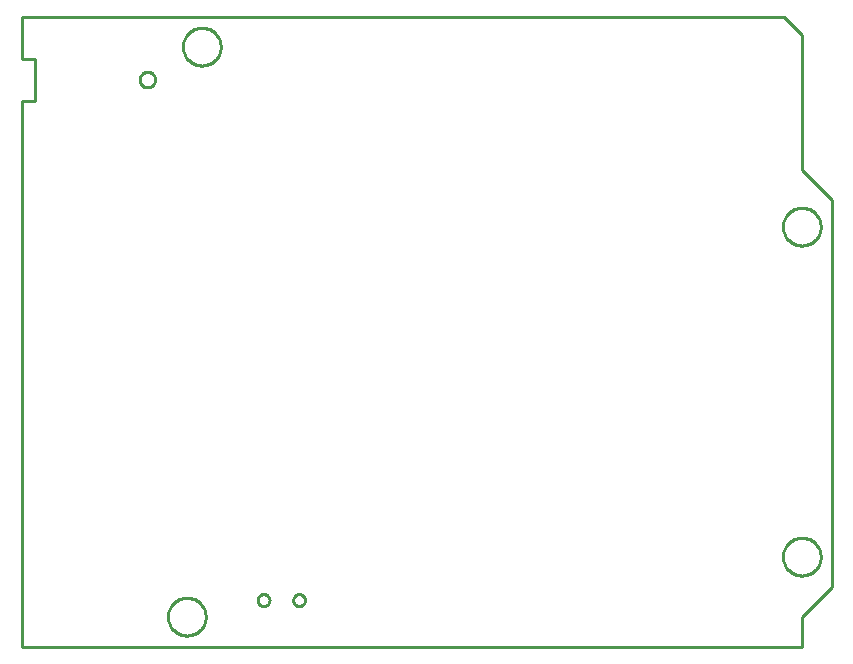
<source format=gbr>
G04 EAGLE Gerber RS-274X export*
G75*
%MOMM*%
%FSLAX34Y34*%
%LPD*%
%IN*%
%IPPOS*%
%AMOC8*
5,1,8,0,0,1.08239X$1,22.5*%
G01*
%ADD10C,0.254000*%


D10*
X0Y0D02*
X660400Y0D01*
X660400Y25400D01*
X685800Y50800D01*
X685800Y378460D01*
X660400Y403860D01*
X660400Y518160D01*
X645160Y533400D01*
X0Y533400D01*
X0Y497840D01*
X11430Y497840D01*
X11430Y462280D01*
X0Y462280D01*
X0Y0D01*
X168400Y507476D02*
X168332Y506431D01*
X168195Y505392D01*
X167990Y504365D01*
X167719Y503353D01*
X167383Y502361D01*
X166982Y501393D01*
X166518Y500454D01*
X165995Y499546D01*
X165413Y498675D01*
X164775Y497844D01*
X164084Y497057D01*
X163343Y496316D01*
X162556Y495625D01*
X161725Y494988D01*
X160854Y494406D01*
X159946Y493882D01*
X159007Y493418D01*
X158039Y493017D01*
X157047Y492681D01*
X156035Y492410D01*
X155008Y492205D01*
X153969Y492069D01*
X152924Y492000D01*
X151876Y492000D01*
X150831Y492069D01*
X149792Y492205D01*
X148765Y492410D01*
X147753Y492681D01*
X146761Y493017D01*
X145793Y493418D01*
X144854Y493882D01*
X143946Y494406D01*
X143075Y494988D01*
X142244Y495625D01*
X141457Y496316D01*
X140716Y497057D01*
X140025Y497844D01*
X139388Y498675D01*
X138806Y499546D01*
X138282Y500454D01*
X137818Y501393D01*
X137417Y502361D01*
X137081Y503353D01*
X136810Y504365D01*
X136605Y505392D01*
X136469Y506431D01*
X136400Y507476D01*
X136400Y508524D01*
X136469Y509569D01*
X136605Y510608D01*
X136810Y511635D01*
X137081Y512647D01*
X137417Y513639D01*
X137818Y514607D01*
X138282Y515546D01*
X138806Y516454D01*
X139388Y517325D01*
X140025Y518156D01*
X140716Y518943D01*
X141457Y519684D01*
X142244Y520375D01*
X143075Y521013D01*
X143946Y521595D01*
X144854Y522118D01*
X145793Y522582D01*
X146761Y522983D01*
X147753Y523319D01*
X148765Y523590D01*
X149792Y523795D01*
X150831Y523932D01*
X151876Y524000D01*
X152924Y524000D01*
X153969Y523932D01*
X155008Y523795D01*
X156035Y523590D01*
X157047Y523319D01*
X158039Y522983D01*
X159007Y522582D01*
X159946Y522118D01*
X160854Y521595D01*
X161725Y521013D01*
X162556Y520375D01*
X163343Y519684D01*
X164084Y518943D01*
X164775Y518156D01*
X165413Y517325D01*
X165995Y516454D01*
X166518Y515546D01*
X166982Y514607D01*
X167383Y513639D01*
X167719Y512647D01*
X167990Y511635D01*
X168195Y510608D01*
X168332Y509569D01*
X168400Y508524D01*
X168400Y507476D01*
X676400Y355076D02*
X676332Y354031D01*
X676195Y352992D01*
X675990Y351965D01*
X675719Y350953D01*
X675383Y349961D01*
X674982Y348993D01*
X674518Y348054D01*
X673995Y347146D01*
X673413Y346275D01*
X672775Y345444D01*
X672084Y344657D01*
X671343Y343916D01*
X670556Y343225D01*
X669725Y342588D01*
X668854Y342006D01*
X667946Y341482D01*
X667007Y341018D01*
X666039Y340617D01*
X665047Y340281D01*
X664035Y340010D01*
X663008Y339805D01*
X661969Y339669D01*
X660924Y339600D01*
X659876Y339600D01*
X658831Y339669D01*
X657792Y339805D01*
X656765Y340010D01*
X655753Y340281D01*
X654761Y340617D01*
X653793Y341018D01*
X652854Y341482D01*
X651946Y342006D01*
X651075Y342588D01*
X650244Y343225D01*
X649457Y343916D01*
X648716Y344657D01*
X648025Y345444D01*
X647388Y346275D01*
X646806Y347146D01*
X646282Y348054D01*
X645818Y348993D01*
X645417Y349961D01*
X645081Y350953D01*
X644810Y351965D01*
X644605Y352992D01*
X644469Y354031D01*
X644400Y355076D01*
X644400Y356124D01*
X644469Y357169D01*
X644605Y358208D01*
X644810Y359235D01*
X645081Y360247D01*
X645417Y361239D01*
X645818Y362207D01*
X646282Y363146D01*
X646806Y364054D01*
X647388Y364925D01*
X648025Y365756D01*
X648716Y366543D01*
X649457Y367284D01*
X650244Y367975D01*
X651075Y368613D01*
X651946Y369195D01*
X652854Y369718D01*
X653793Y370182D01*
X654761Y370583D01*
X655753Y370919D01*
X656765Y371190D01*
X657792Y371395D01*
X658831Y371532D01*
X659876Y371600D01*
X660924Y371600D01*
X661969Y371532D01*
X663008Y371395D01*
X664035Y371190D01*
X665047Y370919D01*
X666039Y370583D01*
X667007Y370182D01*
X667946Y369718D01*
X668854Y369195D01*
X669725Y368613D01*
X670556Y367975D01*
X671343Y367284D01*
X672084Y366543D01*
X672775Y365756D01*
X673413Y364925D01*
X673995Y364054D01*
X674518Y363146D01*
X674982Y362207D01*
X675383Y361239D01*
X675719Y360247D01*
X675990Y359235D01*
X676195Y358208D01*
X676332Y357169D01*
X676400Y356124D01*
X676400Y355076D01*
X676400Y75676D02*
X676332Y74631D01*
X676195Y73592D01*
X675990Y72565D01*
X675719Y71553D01*
X675383Y70561D01*
X674982Y69593D01*
X674518Y68654D01*
X673995Y67746D01*
X673413Y66875D01*
X672775Y66044D01*
X672084Y65257D01*
X671343Y64516D01*
X670556Y63825D01*
X669725Y63188D01*
X668854Y62606D01*
X667946Y62082D01*
X667007Y61618D01*
X666039Y61217D01*
X665047Y60881D01*
X664035Y60610D01*
X663008Y60405D01*
X661969Y60269D01*
X660924Y60200D01*
X659876Y60200D01*
X658831Y60269D01*
X657792Y60405D01*
X656765Y60610D01*
X655753Y60881D01*
X654761Y61217D01*
X653793Y61618D01*
X652854Y62082D01*
X651946Y62606D01*
X651075Y63188D01*
X650244Y63825D01*
X649457Y64516D01*
X648716Y65257D01*
X648025Y66044D01*
X647388Y66875D01*
X646806Y67746D01*
X646282Y68654D01*
X645818Y69593D01*
X645417Y70561D01*
X645081Y71553D01*
X644810Y72565D01*
X644605Y73592D01*
X644469Y74631D01*
X644400Y75676D01*
X644400Y76724D01*
X644469Y77769D01*
X644605Y78808D01*
X644810Y79835D01*
X645081Y80847D01*
X645417Y81839D01*
X645818Y82807D01*
X646282Y83746D01*
X646806Y84654D01*
X647388Y85525D01*
X648025Y86356D01*
X648716Y87143D01*
X649457Y87884D01*
X650244Y88575D01*
X651075Y89213D01*
X651946Y89795D01*
X652854Y90318D01*
X653793Y90782D01*
X654761Y91183D01*
X655753Y91519D01*
X656765Y91790D01*
X657792Y91995D01*
X658831Y92132D01*
X659876Y92200D01*
X660924Y92200D01*
X661969Y92132D01*
X663008Y91995D01*
X664035Y91790D01*
X665047Y91519D01*
X666039Y91183D01*
X667007Y90782D01*
X667946Y90318D01*
X668854Y89795D01*
X669725Y89213D01*
X670556Y88575D01*
X671343Y87884D01*
X672084Y87143D01*
X672775Y86356D01*
X673413Y85525D01*
X673995Y84654D01*
X674518Y83746D01*
X674982Y82807D01*
X675383Y81839D01*
X675719Y80847D01*
X675990Y79835D01*
X676195Y78808D01*
X676332Y77769D01*
X676400Y76724D01*
X676400Y75676D01*
X155700Y24876D02*
X155632Y23831D01*
X155495Y22792D01*
X155290Y21765D01*
X155019Y20753D01*
X154683Y19761D01*
X154282Y18793D01*
X153818Y17854D01*
X153295Y16946D01*
X152713Y16075D01*
X152075Y15244D01*
X151384Y14457D01*
X150643Y13716D01*
X149856Y13025D01*
X149025Y12388D01*
X148154Y11806D01*
X147246Y11282D01*
X146307Y10818D01*
X145339Y10417D01*
X144347Y10081D01*
X143335Y9810D01*
X142308Y9605D01*
X141269Y9469D01*
X140224Y9400D01*
X139176Y9400D01*
X138131Y9469D01*
X137092Y9605D01*
X136065Y9810D01*
X135053Y10081D01*
X134061Y10417D01*
X133093Y10818D01*
X132154Y11282D01*
X131246Y11806D01*
X130375Y12388D01*
X129544Y13025D01*
X128757Y13716D01*
X128016Y14457D01*
X127325Y15244D01*
X126688Y16075D01*
X126106Y16946D01*
X125582Y17854D01*
X125118Y18793D01*
X124717Y19761D01*
X124381Y20753D01*
X124110Y21765D01*
X123905Y22792D01*
X123769Y23831D01*
X123700Y24876D01*
X123700Y25924D01*
X123769Y26969D01*
X123905Y28008D01*
X124110Y29035D01*
X124381Y30047D01*
X124717Y31039D01*
X125118Y32007D01*
X125582Y32946D01*
X126106Y33854D01*
X126688Y34725D01*
X127325Y35556D01*
X128016Y36343D01*
X128757Y37084D01*
X129544Y37775D01*
X130375Y38413D01*
X131246Y38995D01*
X132154Y39518D01*
X133093Y39982D01*
X134061Y40383D01*
X135053Y40719D01*
X136065Y40990D01*
X137092Y41195D01*
X138131Y41332D01*
X139176Y41400D01*
X140224Y41400D01*
X141269Y41332D01*
X142308Y41195D01*
X143335Y40990D01*
X144347Y40719D01*
X145339Y40383D01*
X146307Y39982D01*
X147246Y39518D01*
X148154Y38995D01*
X149025Y38413D01*
X149856Y37775D01*
X150643Y37084D01*
X151384Y36343D01*
X152075Y35556D01*
X152713Y34725D01*
X153295Y33854D01*
X153818Y32946D01*
X154282Y32007D01*
X154683Y31039D01*
X155019Y30047D01*
X155290Y29035D01*
X155495Y28008D01*
X155632Y26969D01*
X155700Y25924D01*
X155700Y24876D01*
X112770Y479741D02*
X112707Y479105D01*
X112583Y478479D01*
X112397Y477868D01*
X112153Y477278D01*
X111852Y476714D01*
X111497Y476183D01*
X111092Y475690D01*
X110640Y475238D01*
X110147Y474833D01*
X109616Y474478D01*
X109052Y474177D01*
X108462Y473933D01*
X107851Y473747D01*
X107225Y473623D01*
X106589Y473560D01*
X105951Y473560D01*
X105315Y473623D01*
X104689Y473747D01*
X104078Y473933D01*
X103488Y474177D01*
X102924Y474478D01*
X102393Y474833D01*
X101900Y475238D01*
X101448Y475690D01*
X101043Y476183D01*
X100688Y476714D01*
X100387Y477278D01*
X100143Y477868D01*
X99957Y478479D01*
X99833Y479105D01*
X99770Y479741D01*
X99770Y480379D01*
X99833Y481015D01*
X99957Y481641D01*
X100143Y482252D01*
X100387Y482842D01*
X100688Y483406D01*
X101043Y483937D01*
X101448Y484430D01*
X101900Y484882D01*
X102393Y485287D01*
X102924Y485642D01*
X103488Y485943D01*
X104078Y486187D01*
X104689Y486373D01*
X105315Y486497D01*
X105951Y486560D01*
X106589Y486560D01*
X107225Y486497D01*
X107851Y486373D01*
X108462Y486187D01*
X109052Y485943D01*
X109616Y485642D01*
X110147Y485287D01*
X110640Y484882D01*
X111092Y484430D01*
X111497Y483937D01*
X111852Y483406D01*
X112153Y482842D01*
X112397Y482252D01*
X112583Y481641D01*
X112707Y481015D01*
X112770Y480379D01*
X112770Y479741D01*
X239710Y39089D02*
X239647Y38531D01*
X239522Y37984D01*
X239337Y37454D01*
X239093Y36948D01*
X238794Y36472D01*
X238444Y36033D01*
X238047Y35636D01*
X237608Y35286D01*
X237132Y34987D01*
X236626Y34743D01*
X236096Y34558D01*
X235549Y34433D01*
X234991Y34370D01*
X234429Y34370D01*
X233871Y34433D01*
X233324Y34558D01*
X232794Y34743D01*
X232288Y34987D01*
X231812Y35286D01*
X231373Y35636D01*
X230976Y36033D01*
X230626Y36472D01*
X230327Y36948D01*
X230083Y37454D01*
X229898Y37984D01*
X229773Y38531D01*
X229710Y39089D01*
X229710Y39651D01*
X229773Y40209D01*
X229898Y40756D01*
X230083Y41286D01*
X230327Y41792D01*
X230626Y42268D01*
X230976Y42707D01*
X231373Y43104D01*
X231812Y43454D01*
X232288Y43753D01*
X232794Y43997D01*
X233324Y44182D01*
X233871Y44307D01*
X234429Y44370D01*
X234991Y44370D01*
X235549Y44307D01*
X236096Y44182D01*
X236626Y43997D01*
X237132Y43753D01*
X237608Y43454D01*
X238047Y43104D01*
X238444Y42707D01*
X238794Y42268D01*
X239093Y41792D01*
X239337Y41286D01*
X239522Y40756D01*
X239647Y40209D01*
X239710Y39651D01*
X239710Y39089D01*
X209710Y39089D02*
X209647Y38531D01*
X209522Y37984D01*
X209337Y37454D01*
X209093Y36948D01*
X208794Y36472D01*
X208444Y36033D01*
X208047Y35636D01*
X207608Y35286D01*
X207132Y34987D01*
X206626Y34743D01*
X206096Y34558D01*
X205549Y34433D01*
X204991Y34370D01*
X204429Y34370D01*
X203871Y34433D01*
X203324Y34558D01*
X202794Y34743D01*
X202288Y34987D01*
X201812Y35286D01*
X201373Y35636D01*
X200976Y36033D01*
X200626Y36472D01*
X200327Y36948D01*
X200083Y37454D01*
X199898Y37984D01*
X199773Y38531D01*
X199710Y39089D01*
X199710Y39651D01*
X199773Y40209D01*
X199898Y40756D01*
X200083Y41286D01*
X200327Y41792D01*
X200626Y42268D01*
X200976Y42707D01*
X201373Y43104D01*
X201812Y43454D01*
X202288Y43753D01*
X202794Y43997D01*
X203324Y44182D01*
X203871Y44307D01*
X204429Y44370D01*
X204991Y44370D01*
X205549Y44307D01*
X206096Y44182D01*
X206626Y43997D01*
X207132Y43753D01*
X207608Y43454D01*
X208047Y43104D01*
X208444Y42707D01*
X208794Y42268D01*
X209093Y41792D01*
X209337Y41286D01*
X209522Y40756D01*
X209647Y40209D01*
X209710Y39651D01*
X209710Y39089D01*
M02*

</source>
